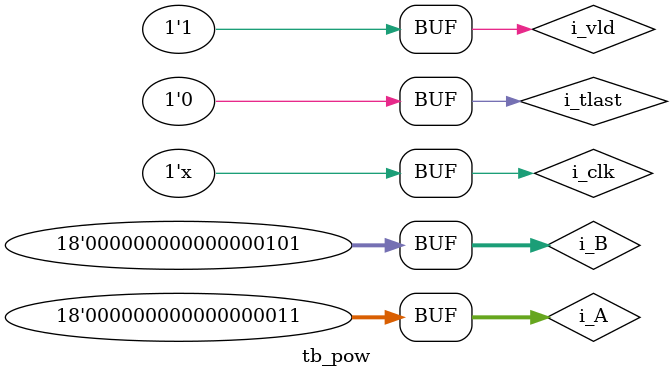
<source format=sv>
`timescale 1ns / 1ps

module tb_pow #(

    clk = 1.0

);
    
    
    logic i_clk = 1, i_vld = 0;
    logic [17:0] i_A = 0;
    logic [17:0] i_B= 0;
    logic i_tlast = 0;
    
    reg [31:0] P;
    logic o_tlast, o_vld;
    
    always #(clk / 2.0) i_clk = ~i_clk;

    initial begin
      
      i_vld = 1;
      i_A = 3;
      i_B = 5;
      i_tlast = 1;
      #clk;
      i_tlast = 0;
        
    end
    
    pow pow(
   
       .i_clk       (i_clk),
       .i_vld       (i_vld),
       .i_A         (i_A),
       .i_B         (i_B),
       .i_tlast     (i_tlast),
       
       .P           (P),
       .o_tlast     (o_tlast),
       .o_vld       (o_vld)
   
    );
    
endmodule

</source>
